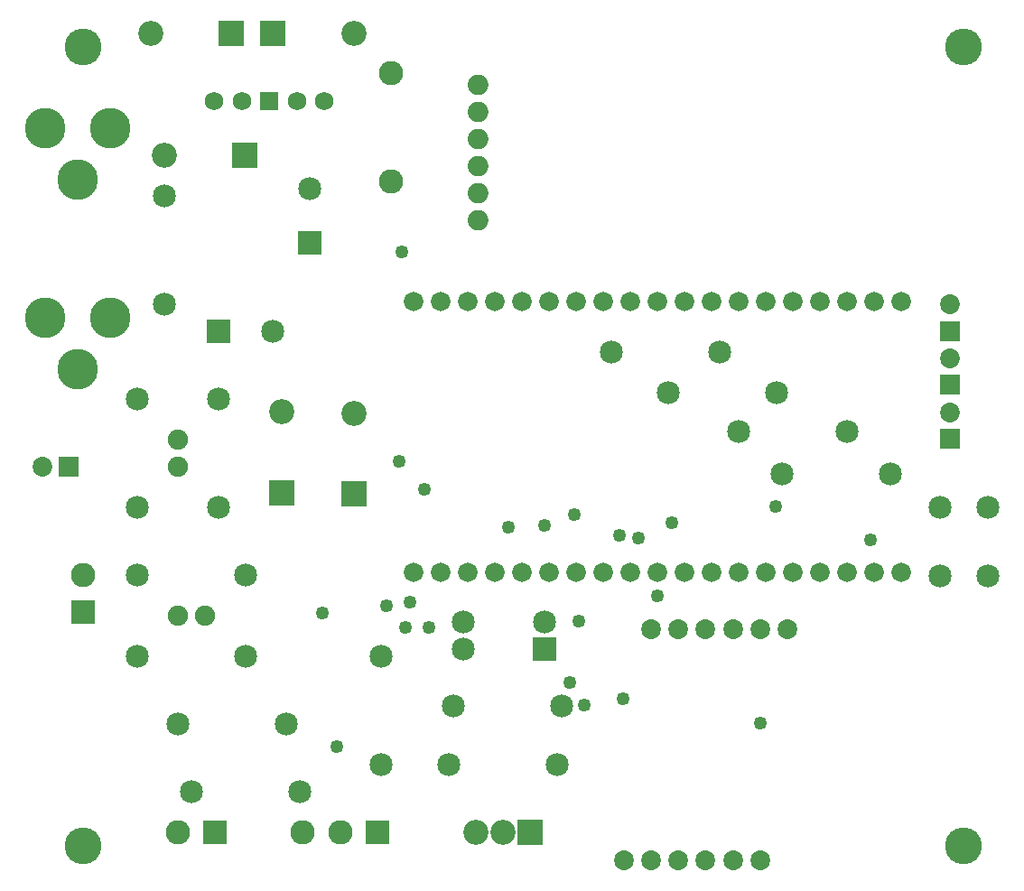
<source format=gbs>
G04 MADE WITH FRITZING*
G04 WWW.FRITZING.ORG*
G04 DOUBLE SIDED*
G04 HOLES PLATED*
G04 CONTOUR ON CENTER OF CONTOUR VECTOR*
%ASAXBY*%
%FSLAX23Y23*%
%MOIN*%
%OFA0B0*%
%SFA1.0B1.0*%
%ADD10C,0.049370*%
%ADD11C,0.135984*%
%ADD12C,0.090000*%
%ADD13C,0.072000*%
%ADD14C,0.073111*%
%ADD15C,0.092000*%
%ADD16C,0.085000*%
%ADD17C,0.075000*%
%ADD18C,0.069000*%
%ADD19C,0.150000*%
%ADD20C,0.072992*%
%ADD21R,0.092000X0.092000*%
%ADD22R,0.085000X0.085000*%
%ADD23R,0.090000X0.090000*%
%ADD24R,0.069889X0.069000*%
%ADD25R,0.072992X0.072992*%
%ADD26R,0.001000X0.001000*%
%LNMASK0*%
G90*
G70*
G54D10*
X2224Y1349D03*
X2418Y1396D03*
X2295Y1341D03*
X1366Y1089D03*
X2366Y1128D03*
X2043Y806D03*
X1815Y1380D03*
X3153Y1333D03*
X1413Y1624D03*
X2059Y1428D03*
X2744Y656D03*
X1507Y1522D03*
X1523Y1010D03*
X1948Y1388D03*
X1129Y1065D03*
X1452Y1105D03*
X2094Y724D03*
X1437Y1010D03*
X2802Y1456D03*
X2074Y1034D03*
X2238Y748D03*
X1181Y569D03*
X1421Y2396D03*
G54D11*
X3494Y3154D03*
X244Y3154D03*
X3494Y204D03*
X244Y204D03*
G54D12*
X1381Y3058D03*
X1381Y2658D03*
G54D13*
X1766Y2215D03*
X1866Y2215D03*
X1966Y2215D03*
X2066Y2215D03*
X2166Y2215D03*
X2266Y2215D03*
X2366Y2215D03*
X2466Y2215D03*
X2566Y2215D03*
X2666Y2215D03*
X2766Y2215D03*
X2866Y2215D03*
X2966Y2215D03*
X3066Y2215D03*
X3166Y2215D03*
X3266Y2215D03*
X1466Y2215D03*
X1566Y2215D03*
X1666Y2215D03*
X1765Y1215D03*
X1865Y1215D03*
X1965Y1215D03*
X2065Y1215D03*
X2165Y1215D03*
X2265Y1215D03*
X2365Y1215D03*
X2465Y1215D03*
X2565Y1215D03*
X2665Y1215D03*
X2765Y1215D03*
X2865Y1215D03*
X2965Y1215D03*
X3065Y1215D03*
X3165Y1215D03*
X3265Y1215D03*
X1466Y1215D03*
X1566Y1215D03*
X1666Y1215D03*
G54D14*
X2744Y152D03*
X2644Y152D03*
X2543Y152D03*
X2442Y152D03*
X2342Y152D03*
X2241Y152D03*
X2845Y1004D03*
X2744Y1004D03*
X2644Y1004D03*
X2543Y1003D03*
X2443Y1003D03*
X2342Y1004D03*
G54D15*
X1894Y254D03*
X1794Y254D03*
X1694Y254D03*
G54D16*
X1949Y932D03*
X1649Y932D03*
X1949Y1032D03*
X1649Y1032D03*
X3409Y1199D03*
X3409Y1455D03*
X3586Y1199D03*
X3586Y1455D03*
G54D12*
X1332Y254D03*
X1194Y254D03*
X1057Y254D03*
X244Y1066D03*
X244Y1204D03*
X732Y254D03*
X594Y254D03*
G54D17*
X594Y1054D03*
X694Y1054D03*
X594Y1704D03*
X594Y1604D03*
G54D16*
X744Y2104D03*
X944Y2104D03*
X1082Y2432D03*
X1082Y2632D03*
G54D18*
X729Y2955D03*
X831Y2955D03*
X933Y2955D03*
X1034Y2955D03*
X1136Y2955D03*
G54D19*
X344Y2154D03*
X104Y2154D03*
X224Y1964D03*
X344Y2854D03*
X104Y2854D03*
X224Y2664D03*
G54D15*
X946Y3204D03*
X1244Y3204D03*
X842Y2754D03*
X544Y2754D03*
X1244Y1504D03*
X1244Y1802D03*
X980Y1508D03*
X980Y1806D03*
X792Y3204D03*
X494Y3204D03*
G54D16*
X1044Y404D03*
X644Y404D03*
X444Y1204D03*
X844Y1204D03*
X844Y904D03*
X444Y904D03*
X744Y1454D03*
X744Y1854D03*
X444Y1854D03*
X444Y1454D03*
X994Y654D03*
X594Y654D03*
X2824Y1577D03*
X3224Y1577D03*
X2194Y2026D03*
X2594Y2026D03*
X2407Y1876D03*
X2807Y1876D03*
X2666Y1735D03*
X3066Y1735D03*
X1611Y719D03*
X2011Y719D03*
X1594Y504D03*
X1994Y504D03*
X1344Y904D03*
X1344Y504D03*
X544Y2604D03*
X544Y2204D03*
G54D20*
X3444Y2105D03*
X3444Y2204D03*
X3444Y1907D03*
X3444Y2005D03*
X3444Y1707D03*
X3444Y1805D03*
X193Y1604D03*
X94Y1604D03*
G54D21*
X1894Y254D03*
G54D22*
X1949Y932D03*
G54D23*
X1332Y254D03*
X244Y1066D03*
X732Y254D03*
G54D22*
X744Y2104D03*
X1082Y2432D03*
G54D24*
X933Y2955D03*
G54D21*
X945Y3204D03*
X843Y2754D03*
X1244Y1503D03*
X980Y1507D03*
X793Y3204D03*
G54D25*
X3444Y2105D03*
X3444Y1907D03*
X3444Y1707D03*
X193Y1604D03*
G54D26*
X1699Y3051D02*
X1708Y3051D01*
X1694Y3050D02*
X1713Y3050D01*
X1691Y3049D02*
X1717Y3049D01*
X1688Y3048D02*
X1719Y3048D01*
X1686Y3047D02*
X1721Y3047D01*
X1685Y3046D02*
X1723Y3046D01*
X1683Y3045D02*
X1724Y3045D01*
X1682Y3044D02*
X1726Y3044D01*
X1680Y3043D02*
X1727Y3043D01*
X1679Y3042D02*
X1728Y3042D01*
X1678Y3041D02*
X1729Y3041D01*
X1677Y3040D02*
X1730Y3040D01*
X1676Y3039D02*
X1731Y3039D01*
X1675Y3038D02*
X1732Y3038D01*
X1674Y3037D02*
X1733Y3037D01*
X1674Y3036D02*
X1734Y3036D01*
X1673Y3035D02*
X1734Y3035D01*
X1672Y3034D02*
X1735Y3034D01*
X1672Y3033D02*
X1736Y3033D01*
X1671Y3032D02*
X1736Y3032D01*
X1671Y3031D02*
X1737Y3031D01*
X1670Y3030D02*
X1737Y3030D01*
X1670Y3029D02*
X1738Y3029D01*
X1669Y3028D02*
X1738Y3028D01*
X1669Y3027D02*
X1739Y3027D01*
X1668Y3026D02*
X1739Y3026D01*
X1668Y3025D02*
X1739Y3025D01*
X1668Y3024D02*
X1740Y3024D01*
X1668Y3023D02*
X1740Y3023D01*
X1667Y3022D02*
X1740Y3022D01*
X1667Y3021D02*
X1740Y3021D01*
X1667Y3020D02*
X1741Y3020D01*
X1667Y3019D02*
X1741Y3019D01*
X1667Y3018D02*
X1741Y3018D01*
X1666Y3017D02*
X1741Y3017D01*
X1666Y3016D02*
X1741Y3016D01*
X1666Y3015D02*
X1741Y3015D01*
X1666Y3014D02*
X1741Y3014D01*
X1666Y3013D02*
X1741Y3013D01*
X1666Y3012D02*
X1741Y3012D01*
X1666Y3011D02*
X1741Y3011D01*
X1666Y3010D02*
X1741Y3010D01*
X1667Y3009D02*
X1741Y3009D01*
X1667Y3008D02*
X1741Y3008D01*
X1667Y3007D02*
X1741Y3007D01*
X1667Y3006D02*
X1740Y3006D01*
X1667Y3005D02*
X1740Y3005D01*
X1668Y3004D02*
X1740Y3004D01*
X1668Y3003D02*
X1740Y3003D01*
X1668Y3002D02*
X1739Y3002D01*
X1668Y3001D02*
X1739Y3001D01*
X1669Y3000D02*
X1739Y3000D01*
X1669Y2999D02*
X1738Y2999D01*
X1670Y2998D02*
X1738Y2998D01*
X1670Y2997D02*
X1737Y2997D01*
X1671Y2996D02*
X1737Y2996D01*
X1671Y2995D02*
X1736Y2995D01*
X1672Y2994D02*
X1736Y2994D01*
X1672Y2993D02*
X1735Y2993D01*
X1673Y2992D02*
X1734Y2992D01*
X1674Y2991D02*
X1734Y2991D01*
X1674Y2990D02*
X1733Y2990D01*
X1675Y2989D02*
X1732Y2989D01*
X1676Y2988D02*
X1731Y2988D01*
X1677Y2987D02*
X1730Y2987D01*
X1678Y2986D02*
X1729Y2986D01*
X1679Y2985D02*
X1728Y2985D01*
X1680Y2984D02*
X1727Y2984D01*
X1682Y2983D02*
X1726Y2983D01*
X1683Y2982D02*
X1724Y2982D01*
X1685Y2981D02*
X1723Y2981D01*
X1686Y2980D02*
X1721Y2980D01*
X1688Y2979D02*
X1719Y2979D01*
X1691Y2978D02*
X1717Y2978D01*
X1694Y2977D02*
X1713Y2977D01*
X1699Y2976D02*
X1709Y2976D01*
X1699Y2951D02*
X1709Y2951D01*
X1694Y2950D02*
X1713Y2950D01*
X1691Y2949D02*
X1717Y2949D01*
X1688Y2948D02*
X1719Y2948D01*
X1686Y2947D02*
X1721Y2947D01*
X1685Y2946D02*
X1723Y2946D01*
X1683Y2945D02*
X1724Y2945D01*
X1682Y2944D02*
X1726Y2944D01*
X1680Y2943D02*
X1727Y2943D01*
X1679Y2942D02*
X1728Y2942D01*
X1678Y2941D02*
X1729Y2941D01*
X1677Y2940D02*
X1730Y2940D01*
X1676Y2939D02*
X1731Y2939D01*
X1675Y2938D02*
X1732Y2938D01*
X1674Y2937D02*
X1733Y2937D01*
X1674Y2936D02*
X1734Y2936D01*
X1673Y2935D02*
X1734Y2935D01*
X1672Y2934D02*
X1735Y2934D01*
X1672Y2933D02*
X1736Y2933D01*
X1671Y2932D02*
X1736Y2932D01*
X1671Y2931D02*
X1737Y2931D01*
X1670Y2930D02*
X1737Y2930D01*
X1670Y2929D02*
X1738Y2929D01*
X1669Y2928D02*
X1738Y2928D01*
X1669Y2927D02*
X1739Y2927D01*
X1668Y2926D02*
X1739Y2926D01*
X1668Y2925D02*
X1739Y2925D01*
X1668Y2924D02*
X1740Y2924D01*
X1668Y2923D02*
X1740Y2923D01*
X1667Y2922D02*
X1740Y2922D01*
X1667Y2921D02*
X1740Y2921D01*
X1667Y2920D02*
X1741Y2920D01*
X1667Y2919D02*
X1741Y2919D01*
X1667Y2918D02*
X1741Y2918D01*
X1666Y2917D02*
X1741Y2917D01*
X1666Y2916D02*
X1741Y2916D01*
X1666Y2915D02*
X1741Y2915D01*
X1666Y2914D02*
X1741Y2914D01*
X1666Y2913D02*
X1741Y2913D01*
X1666Y2912D02*
X1741Y2912D01*
X1666Y2911D02*
X1741Y2911D01*
X1666Y2910D02*
X1741Y2910D01*
X1667Y2909D02*
X1741Y2909D01*
X1667Y2908D02*
X1741Y2908D01*
X1667Y2907D02*
X1741Y2907D01*
X1667Y2906D02*
X1740Y2906D01*
X1667Y2905D02*
X1740Y2905D01*
X1668Y2904D02*
X1740Y2904D01*
X1668Y2903D02*
X1740Y2903D01*
X1668Y2902D02*
X1739Y2902D01*
X1668Y2901D02*
X1739Y2901D01*
X1669Y2900D02*
X1739Y2900D01*
X1669Y2899D02*
X1738Y2899D01*
X1670Y2898D02*
X1738Y2898D01*
X1670Y2897D02*
X1737Y2897D01*
X1671Y2896D02*
X1737Y2896D01*
X1671Y2895D02*
X1736Y2895D01*
X1672Y2894D02*
X1736Y2894D01*
X1672Y2893D02*
X1735Y2893D01*
X1673Y2892D02*
X1734Y2892D01*
X1674Y2891D02*
X1734Y2891D01*
X1674Y2890D02*
X1733Y2890D01*
X1675Y2889D02*
X1732Y2889D01*
X1676Y2888D02*
X1731Y2888D01*
X1677Y2887D02*
X1730Y2887D01*
X1678Y2886D02*
X1729Y2886D01*
X1679Y2885D02*
X1728Y2885D01*
X1680Y2884D02*
X1727Y2884D01*
X1682Y2883D02*
X1726Y2883D01*
X1683Y2882D02*
X1724Y2882D01*
X1685Y2881D02*
X1723Y2881D01*
X1686Y2880D02*
X1721Y2880D01*
X1688Y2879D02*
X1719Y2879D01*
X1691Y2878D02*
X1717Y2878D01*
X1694Y2877D02*
X1713Y2877D01*
X1699Y2876D02*
X1709Y2876D01*
X1699Y2851D02*
X1709Y2851D01*
X1694Y2850D02*
X1714Y2850D01*
X1691Y2849D02*
X1717Y2849D01*
X1688Y2848D02*
X1719Y2848D01*
X1686Y2847D02*
X1721Y2847D01*
X1685Y2846D02*
X1723Y2846D01*
X1683Y2845D02*
X1724Y2845D01*
X1682Y2844D02*
X1726Y2844D01*
X1680Y2843D02*
X1727Y2843D01*
X1679Y2842D02*
X1728Y2842D01*
X1678Y2841D02*
X1729Y2841D01*
X1677Y2840D02*
X1730Y2840D01*
X1676Y2839D02*
X1731Y2839D01*
X1675Y2838D02*
X1732Y2838D01*
X1674Y2837D02*
X1733Y2837D01*
X1674Y2836D02*
X1734Y2836D01*
X1673Y2835D02*
X1734Y2835D01*
X1672Y2834D02*
X1735Y2834D01*
X1672Y2833D02*
X1736Y2833D01*
X1671Y2832D02*
X1736Y2832D01*
X1671Y2831D02*
X1737Y2831D01*
X1670Y2830D02*
X1737Y2830D01*
X1670Y2829D02*
X1738Y2829D01*
X1669Y2828D02*
X1738Y2828D01*
X1669Y2827D02*
X1739Y2827D01*
X1668Y2826D02*
X1739Y2826D01*
X1668Y2825D02*
X1739Y2825D01*
X1668Y2824D02*
X1740Y2824D01*
X1668Y2823D02*
X1740Y2823D01*
X1667Y2822D02*
X1740Y2822D01*
X1667Y2821D02*
X1740Y2821D01*
X1667Y2820D02*
X1741Y2820D01*
X1667Y2819D02*
X1741Y2819D01*
X1667Y2818D02*
X1741Y2818D01*
X1666Y2817D02*
X1741Y2817D01*
X1666Y2816D02*
X1741Y2816D01*
X1666Y2815D02*
X1741Y2815D01*
X1666Y2814D02*
X1741Y2814D01*
X1666Y2813D02*
X1741Y2813D01*
X1666Y2812D02*
X1741Y2812D01*
X1666Y2811D02*
X1741Y2811D01*
X1666Y2810D02*
X1741Y2810D01*
X1667Y2809D02*
X1741Y2809D01*
X1667Y2808D02*
X1741Y2808D01*
X1667Y2807D02*
X1741Y2807D01*
X1667Y2806D02*
X1740Y2806D01*
X1667Y2805D02*
X1740Y2805D01*
X1668Y2804D02*
X1740Y2804D01*
X1668Y2803D02*
X1740Y2803D01*
X1668Y2802D02*
X1739Y2802D01*
X1668Y2801D02*
X1739Y2801D01*
X1669Y2800D02*
X1739Y2800D01*
X1669Y2799D02*
X1738Y2799D01*
X1670Y2798D02*
X1738Y2798D01*
X1670Y2797D02*
X1737Y2797D01*
X1671Y2796D02*
X1737Y2796D01*
X1671Y2795D02*
X1736Y2795D01*
X1672Y2794D02*
X1736Y2794D01*
X1672Y2793D02*
X1735Y2793D01*
X1673Y2792D02*
X1734Y2792D01*
X1674Y2791D02*
X1734Y2791D01*
X1674Y2790D02*
X1733Y2790D01*
X1675Y2789D02*
X1732Y2789D01*
X1676Y2788D02*
X1731Y2788D01*
X1677Y2787D02*
X1730Y2787D01*
X1678Y2786D02*
X1729Y2786D01*
X1679Y2785D02*
X1728Y2785D01*
X1680Y2784D02*
X1727Y2784D01*
X1682Y2783D02*
X1726Y2783D01*
X1683Y2782D02*
X1724Y2782D01*
X1685Y2781D02*
X1723Y2781D01*
X1686Y2780D02*
X1721Y2780D01*
X1689Y2779D02*
X1719Y2779D01*
X1691Y2778D02*
X1716Y2778D01*
X1694Y2777D02*
X1713Y2777D01*
X1699Y2776D02*
X1708Y2776D01*
X1699Y2751D02*
X1709Y2751D01*
X1694Y2750D02*
X1714Y2750D01*
X1691Y2749D02*
X1717Y2749D01*
X1688Y2748D02*
X1719Y2748D01*
X1686Y2747D02*
X1721Y2747D01*
X1685Y2746D02*
X1723Y2746D01*
X1683Y2745D02*
X1724Y2745D01*
X1682Y2744D02*
X1726Y2744D01*
X1680Y2743D02*
X1727Y2743D01*
X1679Y2742D02*
X1728Y2742D01*
X1678Y2741D02*
X1729Y2741D01*
X1677Y2740D02*
X1730Y2740D01*
X1676Y2739D02*
X1731Y2739D01*
X1675Y2738D02*
X1732Y2738D01*
X1674Y2737D02*
X1733Y2737D01*
X1674Y2736D02*
X1734Y2736D01*
X1673Y2735D02*
X1734Y2735D01*
X1672Y2734D02*
X1735Y2734D01*
X1672Y2733D02*
X1736Y2733D01*
X1671Y2732D02*
X1736Y2732D01*
X1671Y2731D02*
X1737Y2731D01*
X1670Y2730D02*
X1737Y2730D01*
X1670Y2729D02*
X1738Y2729D01*
X1669Y2728D02*
X1738Y2728D01*
X1669Y2727D02*
X1739Y2727D01*
X1668Y2726D02*
X1739Y2726D01*
X1668Y2725D02*
X1739Y2725D01*
X1668Y2724D02*
X1740Y2724D01*
X1668Y2723D02*
X1740Y2723D01*
X1667Y2722D02*
X1740Y2722D01*
X1667Y2721D02*
X1740Y2721D01*
X1667Y2720D02*
X1741Y2720D01*
X1667Y2719D02*
X1741Y2719D01*
X1667Y2718D02*
X1741Y2718D01*
X1666Y2717D02*
X1741Y2717D01*
X1666Y2716D02*
X1741Y2716D01*
X1666Y2715D02*
X1741Y2715D01*
X1666Y2714D02*
X1741Y2714D01*
X1666Y2713D02*
X1741Y2713D01*
X1666Y2712D02*
X1741Y2712D01*
X1666Y2711D02*
X1741Y2711D01*
X1666Y2710D02*
X1741Y2710D01*
X1667Y2709D02*
X1741Y2709D01*
X1667Y2708D02*
X1741Y2708D01*
X1667Y2707D02*
X1741Y2707D01*
X1667Y2706D02*
X1740Y2706D01*
X1667Y2705D02*
X1740Y2705D01*
X1668Y2704D02*
X1740Y2704D01*
X1668Y2703D02*
X1740Y2703D01*
X1668Y2702D02*
X1739Y2702D01*
X1668Y2701D02*
X1739Y2701D01*
X1669Y2700D02*
X1739Y2700D01*
X1669Y2699D02*
X1738Y2699D01*
X1670Y2698D02*
X1738Y2698D01*
X1670Y2697D02*
X1737Y2697D01*
X1671Y2696D02*
X1737Y2696D01*
X1671Y2695D02*
X1736Y2695D01*
X1672Y2694D02*
X1736Y2694D01*
X1672Y2693D02*
X1735Y2693D01*
X1673Y2692D02*
X1734Y2692D01*
X1674Y2691D02*
X1734Y2691D01*
X1674Y2690D02*
X1733Y2690D01*
X1675Y2689D02*
X1732Y2689D01*
X1676Y2688D02*
X1731Y2688D01*
X1677Y2687D02*
X1730Y2687D01*
X1678Y2686D02*
X1729Y2686D01*
X1679Y2685D02*
X1728Y2685D01*
X1680Y2684D02*
X1727Y2684D01*
X1682Y2683D02*
X1726Y2683D01*
X1683Y2682D02*
X1724Y2682D01*
X1685Y2681D02*
X1723Y2681D01*
X1686Y2680D02*
X1721Y2680D01*
X1688Y2679D02*
X1719Y2679D01*
X1691Y2678D02*
X1717Y2678D01*
X1694Y2677D02*
X1713Y2677D01*
X1699Y2676D02*
X1708Y2676D01*
X1699Y2651D02*
X1709Y2651D01*
X1694Y2650D02*
X1714Y2650D01*
X1691Y2649D02*
X1717Y2649D01*
X1688Y2648D02*
X1719Y2648D01*
X1686Y2647D02*
X1721Y2647D01*
X1685Y2646D02*
X1723Y2646D01*
X1683Y2645D02*
X1724Y2645D01*
X1682Y2644D02*
X1726Y2644D01*
X1680Y2643D02*
X1727Y2643D01*
X1679Y2642D02*
X1728Y2642D01*
X1678Y2641D02*
X1729Y2641D01*
X1677Y2640D02*
X1730Y2640D01*
X1676Y2639D02*
X1731Y2639D01*
X1675Y2638D02*
X1732Y2638D01*
X1674Y2637D02*
X1733Y2637D01*
X1674Y2636D02*
X1734Y2636D01*
X1673Y2635D02*
X1734Y2635D01*
X1672Y2634D02*
X1735Y2634D01*
X1672Y2633D02*
X1736Y2633D01*
X1671Y2632D02*
X1736Y2632D01*
X1671Y2631D02*
X1737Y2631D01*
X1670Y2630D02*
X1737Y2630D01*
X1670Y2629D02*
X1738Y2629D01*
X1669Y2628D02*
X1738Y2628D01*
X1669Y2627D02*
X1739Y2627D01*
X1668Y2626D02*
X1739Y2626D01*
X1668Y2625D02*
X1739Y2625D01*
X1668Y2624D02*
X1740Y2624D01*
X1668Y2623D02*
X1740Y2623D01*
X1667Y2622D02*
X1740Y2622D01*
X1667Y2621D02*
X1740Y2621D01*
X1667Y2620D02*
X1741Y2620D01*
X1667Y2619D02*
X1741Y2619D01*
X1667Y2618D02*
X1741Y2618D01*
X1666Y2617D02*
X1741Y2617D01*
X1666Y2616D02*
X1741Y2616D01*
X1666Y2615D02*
X1741Y2615D01*
X1666Y2614D02*
X1741Y2614D01*
X1666Y2613D02*
X1741Y2613D01*
X1666Y2612D02*
X1741Y2612D01*
X1666Y2611D02*
X1741Y2611D01*
X1666Y2610D02*
X1741Y2610D01*
X1667Y2609D02*
X1741Y2609D01*
X1667Y2608D02*
X1741Y2608D01*
X1667Y2607D02*
X1741Y2607D01*
X1667Y2606D02*
X1740Y2606D01*
X1667Y2605D02*
X1740Y2605D01*
X1668Y2604D02*
X1740Y2604D01*
X1668Y2603D02*
X1740Y2603D01*
X1668Y2602D02*
X1739Y2602D01*
X1668Y2601D02*
X1739Y2601D01*
X1669Y2600D02*
X1739Y2600D01*
X1669Y2599D02*
X1738Y2599D01*
X1670Y2598D02*
X1738Y2598D01*
X1670Y2597D02*
X1737Y2597D01*
X1671Y2596D02*
X1737Y2596D01*
X1671Y2595D02*
X1736Y2595D01*
X1672Y2594D02*
X1736Y2594D01*
X1672Y2593D02*
X1735Y2593D01*
X1673Y2592D02*
X1734Y2592D01*
X1674Y2591D02*
X1734Y2591D01*
X1674Y2590D02*
X1733Y2590D01*
X1675Y2589D02*
X1732Y2589D01*
X1676Y2588D02*
X1731Y2588D01*
X1677Y2587D02*
X1730Y2587D01*
X1678Y2586D02*
X1729Y2586D01*
X1679Y2585D02*
X1728Y2585D01*
X1680Y2584D02*
X1727Y2584D01*
X1682Y2583D02*
X1726Y2583D01*
X1683Y2582D02*
X1724Y2582D01*
X1685Y2581D02*
X1723Y2581D01*
X1686Y2580D02*
X1721Y2580D01*
X1689Y2579D02*
X1719Y2579D01*
X1691Y2578D02*
X1716Y2578D01*
X1694Y2577D02*
X1713Y2577D01*
X1699Y2576D02*
X1708Y2576D01*
X1698Y2551D02*
X1709Y2551D01*
X1694Y2550D02*
X1714Y2550D01*
X1691Y2549D02*
X1717Y2549D01*
X1688Y2548D02*
X1719Y2548D01*
X1686Y2547D02*
X1721Y2547D01*
X1685Y2546D02*
X1723Y2546D01*
X1683Y2545D02*
X1724Y2545D01*
X1682Y2544D02*
X1726Y2544D01*
X1680Y2543D02*
X1727Y2543D01*
X1679Y2542D02*
X1728Y2542D01*
X1678Y2541D02*
X1729Y2541D01*
X1677Y2540D02*
X1730Y2540D01*
X1676Y2539D02*
X1731Y2539D01*
X1675Y2538D02*
X1732Y2538D01*
X1674Y2537D02*
X1733Y2537D01*
X1674Y2536D02*
X1734Y2536D01*
X1673Y2535D02*
X1734Y2535D01*
X1672Y2534D02*
X1735Y2534D01*
X1672Y2533D02*
X1736Y2533D01*
X1671Y2532D02*
X1736Y2532D01*
X1671Y2531D02*
X1737Y2531D01*
X1670Y2530D02*
X1737Y2530D01*
X1670Y2529D02*
X1738Y2529D01*
X1669Y2528D02*
X1738Y2528D01*
X1669Y2527D02*
X1739Y2527D01*
X1668Y2526D02*
X1739Y2526D01*
X1668Y2525D02*
X1739Y2525D01*
X1668Y2524D02*
X1740Y2524D01*
X1668Y2523D02*
X1740Y2523D01*
X1667Y2522D02*
X1740Y2522D01*
X1667Y2521D02*
X1740Y2521D01*
X1667Y2520D02*
X1741Y2520D01*
X1667Y2519D02*
X1741Y2519D01*
X1667Y2518D02*
X1741Y2518D01*
X1666Y2517D02*
X1741Y2517D01*
X1666Y2516D02*
X1741Y2516D01*
X1666Y2515D02*
X1741Y2515D01*
X1666Y2514D02*
X1741Y2514D01*
X1666Y2513D02*
X1741Y2513D01*
X1666Y2512D02*
X1741Y2512D01*
X1666Y2511D02*
X1741Y2511D01*
X1666Y2510D02*
X1741Y2510D01*
X1667Y2509D02*
X1741Y2509D01*
X1667Y2508D02*
X1741Y2508D01*
X1667Y2507D02*
X1741Y2507D01*
X1667Y2506D02*
X1740Y2506D01*
X1667Y2505D02*
X1740Y2505D01*
X1668Y2504D02*
X1740Y2504D01*
X1668Y2503D02*
X1740Y2503D01*
X1668Y2502D02*
X1739Y2502D01*
X1668Y2501D02*
X1739Y2501D01*
X1669Y2500D02*
X1739Y2500D01*
X1669Y2499D02*
X1738Y2499D01*
X1670Y2498D02*
X1738Y2498D01*
X1670Y2497D02*
X1737Y2497D01*
X1671Y2496D02*
X1737Y2496D01*
X1671Y2495D02*
X1736Y2495D01*
X1672Y2494D02*
X1736Y2494D01*
X1672Y2493D02*
X1735Y2493D01*
X1673Y2492D02*
X1734Y2492D01*
X1674Y2491D02*
X1734Y2491D01*
X1675Y2490D02*
X1733Y2490D01*
X1675Y2489D02*
X1732Y2489D01*
X1676Y2488D02*
X1731Y2488D01*
X1677Y2487D02*
X1730Y2487D01*
X1678Y2486D02*
X1729Y2486D01*
X1679Y2485D02*
X1728Y2485D01*
X1680Y2484D02*
X1727Y2484D01*
X1682Y2483D02*
X1726Y2483D01*
X1683Y2482D02*
X1724Y2482D01*
X1685Y2481D02*
X1723Y2481D01*
X1687Y2480D02*
X1721Y2480D01*
X1689Y2479D02*
X1719Y2479D01*
X1691Y2478D02*
X1716Y2478D01*
X1694Y2477D02*
X1713Y2477D01*
X1699Y2476D02*
X1708Y2476D01*
D02*
G04 End of Mask0*
M02*
</source>
